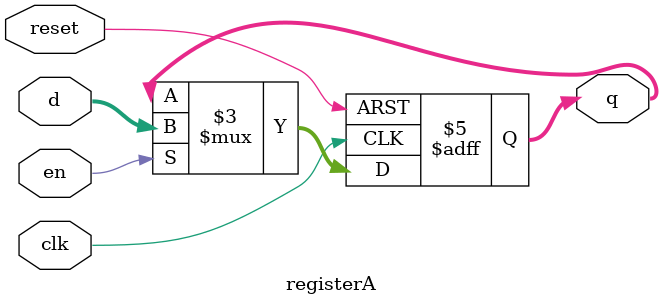
<source format=v>
`timescale 1ns / 1ps


module registerA #(parameter width = 8) (input clk, input reset,input en, input[width-1:0]d, output reg [width-1:0] q);
//module Eight_bit_rgstr (input clok, input resetbits,input en, input [7:0]data, output reg [7:0] out);
always@(posedge clk, posedge reset)
if(reset) q <= 0;
else if (en)    q <=d;
else q <= q;
endmodule

</source>
